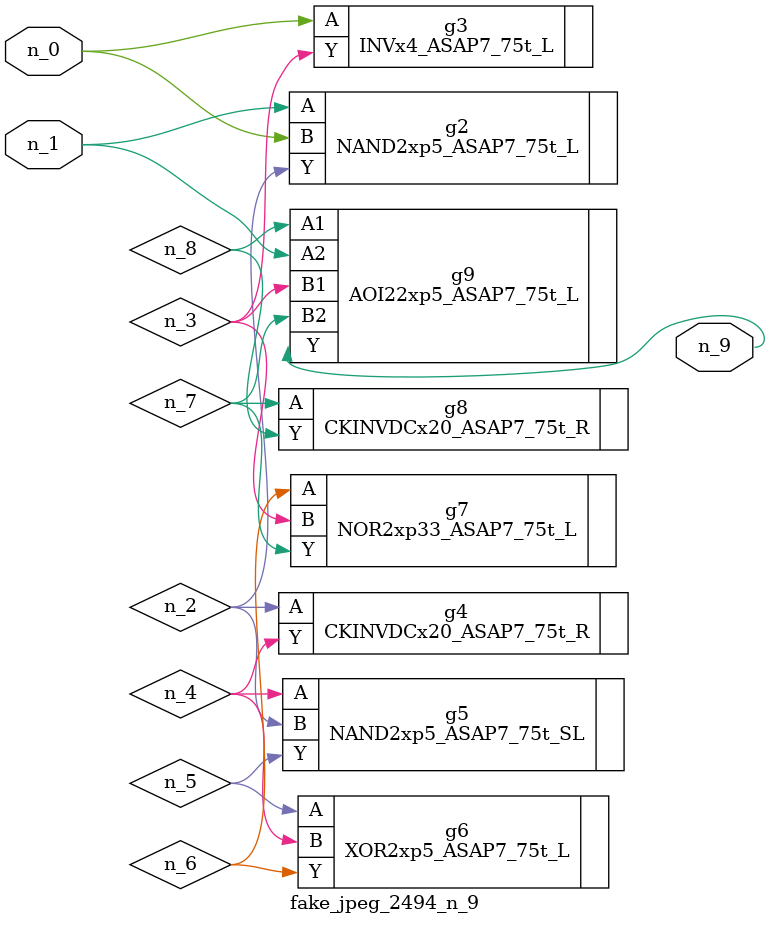
<source format=v>
module fake_jpeg_2494_n_9 (n_0, n_1, n_9);

input n_0;
input n_1;

output n_9;

wire n_2;
wire n_3;
wire n_4;
wire n_8;
wire n_6;
wire n_5;
wire n_7;

NAND2xp5_ASAP7_75t_L g2 ( 
.A(n_1),
.B(n_0),
.Y(n_2)
);

INVx4_ASAP7_75t_L g3 ( 
.A(n_0),
.Y(n_3)
);

CKINVDCx20_ASAP7_75t_R g4 ( 
.A(n_2),
.Y(n_4)
);

NAND2xp5_ASAP7_75t_SL g5 ( 
.A(n_4),
.B(n_2),
.Y(n_5)
);

XOR2xp5_ASAP7_75t_L g6 ( 
.A(n_5),
.B(n_4),
.Y(n_6)
);

NOR2xp33_ASAP7_75t_L g7 ( 
.A(n_6),
.B(n_3),
.Y(n_7)
);

CKINVDCx20_ASAP7_75t_R g8 ( 
.A(n_7),
.Y(n_8)
);

AOI22xp5_ASAP7_75t_L g9 ( 
.A1(n_8),
.A2(n_1),
.B1(n_3),
.B2(n_7),
.Y(n_9)
);


endmodule
</source>
